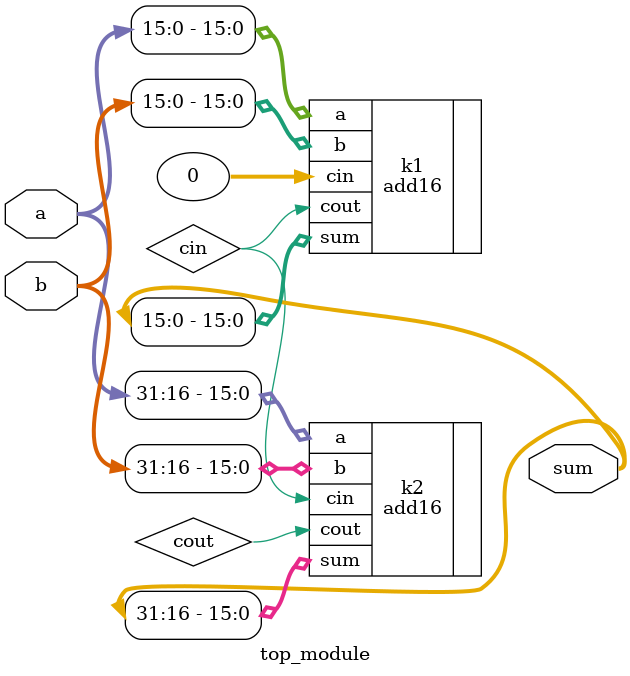
<source format=v>
module top_module(
    input [31:0] a,
    input [31:0] b,
    output [31:0] sum
);
    wire cin,cout;
    add16 k1(.a(a[15:0]),.b(b[15:0]),.sum(sum[15:0]),.cin(0),.cout(cin));
    add16 k2(.a(a[31:16]),.b(b[31:16]),.cin(cin),.cout(cout),.sum(sum[31:16]));

endmodule

</source>
